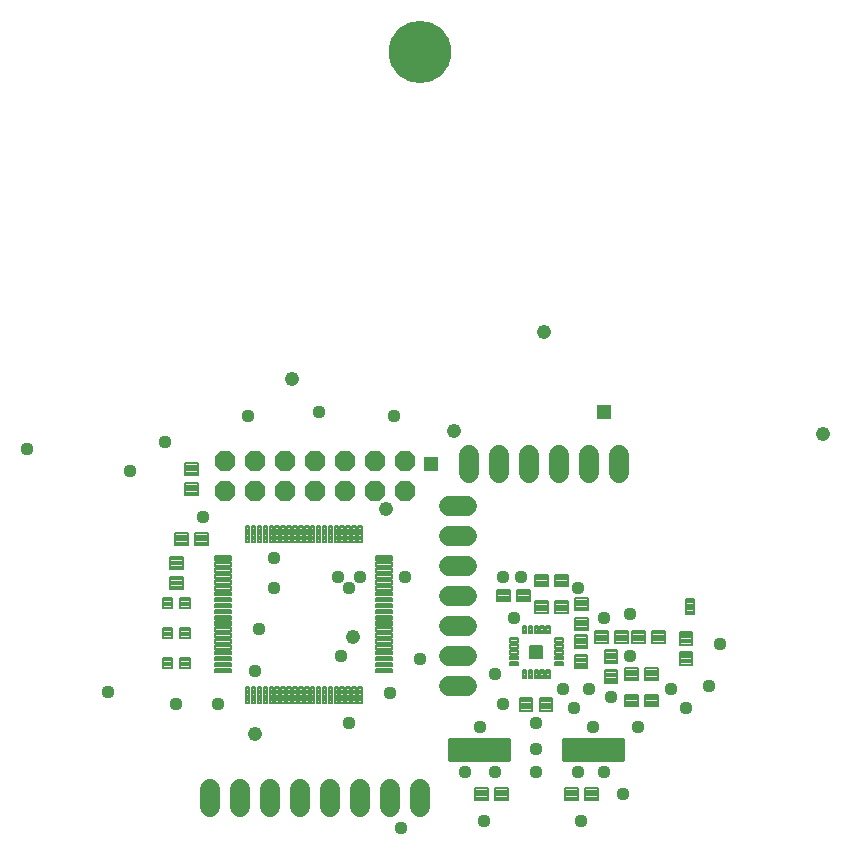
<source format=gts>
G75*
G70*
%OFA0B0*%
%FSLAX24Y24*%
%IPPOS*%
%LPD*%
%AMOC8*
5,1,8,0,0,1.08239X$1,22.5*
%
%ADD10C,0.2080*%
%ADD11C,0.0081*%
%ADD12C,0.0086*%
%ADD13C,0.0081*%
%ADD14C,0.0680*%
%ADD15C,0.0083*%
%ADD16OC8,0.0680*%
%ADD17C,0.0082*%
%ADD18C,0.0437*%
%ADD19R,0.0476X0.0476*%
%ADD20C,0.0476*%
D10*
X015556Y028965D03*
D11*
X007715Y015247D02*
X007715Y014853D01*
X007715Y015247D02*
X008147Y015247D01*
X008147Y014853D01*
X007715Y014853D01*
X007715Y014933D02*
X008147Y014933D01*
X008147Y015013D02*
X007715Y015013D01*
X007715Y015093D02*
X008147Y015093D01*
X008147Y015173D02*
X007715Y015173D01*
X007715Y014578D02*
X007715Y014184D01*
X007715Y014578D02*
X008147Y014578D01*
X008147Y014184D01*
X007715Y014184D01*
X007715Y014264D02*
X008147Y014264D01*
X008147Y014344D02*
X007715Y014344D01*
X007715Y014424D02*
X008147Y014424D01*
X008147Y014504D02*
X007715Y014504D01*
X007812Y012518D02*
X007380Y012518D01*
X007380Y012912D01*
X007812Y012912D01*
X007812Y012518D01*
X007812Y012598D02*
X007380Y012598D01*
X007380Y012678D02*
X007812Y012678D01*
X007812Y012758D02*
X007380Y012758D01*
X007380Y012838D02*
X007812Y012838D01*
X008049Y012518D02*
X008481Y012518D01*
X008049Y012518D02*
X008049Y012912D01*
X008481Y012912D01*
X008481Y012518D01*
X008481Y012598D02*
X008049Y012598D01*
X008049Y012678D02*
X008481Y012678D01*
X008481Y012758D02*
X008049Y012758D01*
X008049Y012838D02*
X008481Y012838D01*
X007647Y012122D02*
X007647Y011728D01*
X007215Y011728D01*
X007215Y012122D01*
X007647Y012122D01*
X007647Y011808D02*
X007215Y011808D01*
X007215Y011888D02*
X007647Y011888D01*
X007647Y011968D02*
X007215Y011968D01*
X007215Y012048D02*
X007647Y012048D01*
X007647Y011453D02*
X007647Y011059D01*
X007215Y011059D01*
X007215Y011453D01*
X007647Y011453D01*
X007647Y011139D02*
X007215Y011139D01*
X007215Y011219D02*
X007647Y011219D01*
X007647Y011299D02*
X007215Y011299D01*
X007215Y011379D02*
X007647Y011379D01*
X017380Y004018D02*
X017812Y004018D01*
X017380Y004018D02*
X017380Y004412D01*
X017812Y004412D01*
X017812Y004018D01*
X017812Y004098D02*
X017380Y004098D01*
X017380Y004178D02*
X017812Y004178D01*
X017812Y004258D02*
X017380Y004258D01*
X017380Y004338D02*
X017812Y004338D01*
X018049Y004018D02*
X018481Y004018D01*
X018049Y004018D02*
X018049Y004412D01*
X018481Y004412D01*
X018481Y004018D01*
X018481Y004098D02*
X018049Y004098D01*
X018049Y004178D02*
X018481Y004178D01*
X018481Y004258D02*
X018049Y004258D01*
X018049Y004338D02*
X018481Y004338D01*
X020380Y004412D02*
X020812Y004412D01*
X020812Y004018D01*
X020380Y004018D01*
X020380Y004412D01*
X020380Y004098D02*
X020812Y004098D01*
X020812Y004178D02*
X020380Y004178D01*
X020380Y004258D02*
X020812Y004258D01*
X020812Y004338D02*
X020380Y004338D01*
X021049Y004412D02*
X021481Y004412D01*
X021481Y004018D01*
X021049Y004018D01*
X021049Y004412D01*
X021049Y004098D02*
X021481Y004098D01*
X021481Y004178D02*
X021049Y004178D01*
X021049Y004258D02*
X021481Y004258D01*
X021481Y004338D02*
X021049Y004338D01*
X019962Y006999D02*
X019568Y006999D01*
X019568Y007431D01*
X019962Y007431D01*
X019962Y006999D01*
X019962Y007079D02*
X019568Y007079D01*
X019568Y007159D02*
X019962Y007159D01*
X019962Y007239D02*
X019568Y007239D01*
X019568Y007319D02*
X019962Y007319D01*
X019962Y007399D02*
X019568Y007399D01*
X019293Y006999D02*
X018899Y006999D01*
X018899Y007431D01*
X019293Y007431D01*
X019293Y006999D01*
X019293Y007079D02*
X018899Y007079D01*
X018899Y007159D02*
X019293Y007159D01*
X019293Y007239D02*
X018899Y007239D01*
X018899Y007319D02*
X019293Y007319D01*
X019293Y007399D02*
X018899Y007399D01*
X019234Y009162D02*
X019628Y009162D01*
X019628Y008768D01*
X019234Y008768D01*
X019234Y009162D01*
X019234Y008848D02*
X019628Y008848D01*
X019628Y008928D02*
X019234Y008928D01*
X019234Y009008D02*
X019628Y009008D01*
X019628Y009088D02*
X019234Y009088D01*
X019380Y010268D02*
X019812Y010268D01*
X019380Y010268D02*
X019380Y010662D01*
X019812Y010662D01*
X019812Y010268D01*
X019812Y010348D02*
X019380Y010348D01*
X019380Y010428D02*
X019812Y010428D01*
X019812Y010508D02*
X019380Y010508D01*
X019380Y010588D02*
X019812Y010588D01*
X020049Y010268D02*
X020481Y010268D01*
X020049Y010268D02*
X020049Y010662D01*
X020481Y010662D01*
X020481Y010268D01*
X020481Y010348D02*
X020049Y010348D01*
X020049Y010428D02*
X020481Y010428D01*
X020481Y010508D02*
X020049Y010508D01*
X020049Y010588D02*
X020481Y010588D01*
X020715Y010747D02*
X020715Y010353D01*
X020715Y010747D02*
X021147Y010747D01*
X021147Y010353D01*
X020715Y010353D01*
X020715Y010433D02*
X021147Y010433D01*
X021147Y010513D02*
X020715Y010513D01*
X020715Y010593D02*
X021147Y010593D01*
X021147Y010673D02*
X020715Y010673D01*
X020481Y011143D02*
X020049Y011143D01*
X020049Y011537D01*
X020481Y011537D01*
X020481Y011143D01*
X020481Y011223D02*
X020049Y011223D01*
X020049Y011303D02*
X020481Y011303D01*
X020481Y011383D02*
X020049Y011383D01*
X020049Y011463D02*
X020481Y011463D01*
X019812Y011143D02*
X019380Y011143D01*
X019380Y011537D01*
X019812Y011537D01*
X019812Y011143D01*
X019812Y011223D02*
X019380Y011223D01*
X019380Y011303D02*
X019812Y011303D01*
X019812Y011383D02*
X019380Y011383D01*
X019380Y011463D02*
X019812Y011463D01*
X019231Y011037D02*
X018799Y011037D01*
X019231Y011037D02*
X019231Y010643D01*
X018799Y010643D01*
X018799Y011037D01*
X018799Y010723D02*
X019231Y010723D01*
X019231Y010803D02*
X018799Y010803D01*
X018799Y010883D02*
X019231Y010883D01*
X019231Y010963D02*
X018799Y010963D01*
X018562Y011037D02*
X018130Y011037D01*
X018562Y011037D02*
X018562Y010643D01*
X018130Y010643D01*
X018130Y011037D01*
X018130Y010723D02*
X018562Y010723D01*
X018562Y010803D02*
X018130Y010803D01*
X018130Y010883D02*
X018562Y010883D01*
X018562Y010963D02*
X018130Y010963D01*
X020715Y010078D02*
X020715Y009684D01*
X020715Y010078D02*
X021147Y010078D01*
X021147Y009684D01*
X020715Y009684D01*
X020715Y009764D02*
X021147Y009764D01*
X021147Y009844D02*
X020715Y009844D01*
X020715Y009924D02*
X021147Y009924D01*
X021147Y010004D02*
X020715Y010004D01*
X020734Y009516D02*
X020734Y009084D01*
X020734Y009516D02*
X021128Y009516D01*
X021128Y009084D01*
X020734Y009084D01*
X020734Y009164D02*
X021128Y009164D01*
X021128Y009244D02*
X020734Y009244D01*
X020734Y009324D02*
X021128Y009324D01*
X021128Y009404D02*
X020734Y009404D01*
X020734Y009484D02*
X021128Y009484D01*
X021380Y009268D02*
X021812Y009268D01*
X021380Y009268D02*
X021380Y009662D01*
X021812Y009662D01*
X021812Y009268D01*
X021812Y009348D02*
X021380Y009348D01*
X021380Y009428D02*
X021812Y009428D01*
X021812Y009508D02*
X021380Y009508D01*
X021380Y009588D02*
X021812Y009588D01*
X022049Y009268D02*
X022481Y009268D01*
X022049Y009268D02*
X022049Y009662D01*
X022481Y009662D01*
X022481Y009268D01*
X022481Y009348D02*
X022049Y009348D01*
X022049Y009428D02*
X022481Y009428D01*
X022481Y009508D02*
X022049Y009508D01*
X022049Y009588D02*
X022481Y009588D01*
X022630Y009268D02*
X023062Y009268D01*
X022630Y009268D02*
X022630Y009662D01*
X023062Y009662D01*
X023062Y009268D01*
X023062Y009348D02*
X022630Y009348D01*
X022630Y009428D02*
X023062Y009428D01*
X023062Y009508D02*
X022630Y009508D01*
X022630Y009588D02*
X023062Y009588D01*
X023299Y009268D02*
X023731Y009268D01*
X023299Y009268D02*
X023299Y009662D01*
X023731Y009662D01*
X023731Y009268D01*
X023731Y009348D02*
X023299Y009348D01*
X023299Y009428D02*
X023731Y009428D01*
X023731Y009508D02*
X023299Y009508D01*
X023299Y009588D02*
X023731Y009588D01*
X024234Y009641D02*
X024234Y009209D01*
X024234Y009641D02*
X024628Y009641D01*
X024628Y009209D01*
X024234Y009209D01*
X024234Y009289D02*
X024628Y009289D01*
X024628Y009369D02*
X024234Y009369D01*
X024234Y009449D02*
X024628Y009449D01*
X024628Y009529D02*
X024234Y009529D01*
X024234Y009609D02*
X024628Y009609D01*
X024234Y008972D02*
X024234Y008540D01*
X024234Y008972D02*
X024628Y008972D01*
X024628Y008540D01*
X024234Y008540D01*
X024234Y008620D02*
X024628Y008620D01*
X024628Y008700D02*
X024234Y008700D01*
X024234Y008780D02*
X024628Y008780D01*
X024628Y008860D02*
X024234Y008860D01*
X024234Y008940D02*
X024628Y008940D01*
X023481Y008018D02*
X023049Y008018D01*
X023049Y008412D01*
X023481Y008412D01*
X023481Y008018D01*
X023481Y008098D02*
X023049Y008098D01*
X023049Y008178D02*
X023481Y008178D01*
X023481Y008258D02*
X023049Y008258D01*
X023049Y008338D02*
X023481Y008338D01*
X022812Y008018D02*
X022380Y008018D01*
X022380Y008412D01*
X022812Y008412D01*
X022812Y008018D01*
X022812Y008098D02*
X022380Y008098D01*
X022380Y008178D02*
X022812Y008178D01*
X022812Y008258D02*
X022380Y008258D01*
X022380Y008338D02*
X022812Y008338D01*
X021734Y008347D02*
X021734Y007915D01*
X021734Y008347D02*
X022128Y008347D01*
X022128Y007915D01*
X021734Y007915D01*
X021734Y007995D02*
X022128Y007995D01*
X022128Y008075D02*
X021734Y008075D01*
X021734Y008155D02*
X022128Y008155D01*
X022128Y008235D02*
X021734Y008235D01*
X021734Y008315D02*
X022128Y008315D01*
X021734Y008584D02*
X021734Y009016D01*
X022128Y009016D01*
X022128Y008584D01*
X021734Y008584D01*
X021734Y008664D02*
X022128Y008664D01*
X022128Y008744D02*
X021734Y008744D01*
X021734Y008824D02*
X022128Y008824D01*
X022128Y008904D02*
X021734Y008904D01*
X021734Y008984D02*
X022128Y008984D01*
X020734Y008847D02*
X020734Y008415D01*
X020734Y008847D02*
X021128Y008847D01*
X021128Y008415D01*
X020734Y008415D01*
X020734Y008495D02*
X021128Y008495D01*
X021128Y008575D02*
X020734Y008575D01*
X020734Y008655D02*
X021128Y008655D01*
X021128Y008735D02*
X020734Y008735D01*
X020734Y008815D02*
X021128Y008815D01*
X022380Y007143D02*
X022812Y007143D01*
X022380Y007143D02*
X022380Y007537D01*
X022812Y007537D01*
X022812Y007143D01*
X022812Y007223D02*
X022380Y007223D01*
X022380Y007303D02*
X022812Y007303D01*
X022812Y007383D02*
X022380Y007383D01*
X022380Y007463D02*
X022812Y007463D01*
X023049Y007143D02*
X023481Y007143D01*
X023049Y007143D02*
X023049Y007537D01*
X023481Y007537D01*
X023481Y007143D01*
X023481Y007223D02*
X023049Y007223D01*
X023049Y007303D02*
X023481Y007303D01*
X023481Y007383D02*
X023049Y007383D01*
X023049Y007463D02*
X023481Y007463D01*
D12*
X022328Y005368D02*
X020334Y005368D01*
X020334Y006062D01*
X022328Y006062D01*
X022328Y005368D01*
X022328Y005453D02*
X020334Y005453D01*
X020334Y005538D02*
X022328Y005538D01*
X022328Y005623D02*
X020334Y005623D01*
X020334Y005708D02*
X022328Y005708D01*
X022328Y005793D02*
X020334Y005793D01*
X020334Y005878D02*
X022328Y005878D01*
X022328Y005963D02*
X020334Y005963D01*
X020334Y006048D02*
X022328Y006048D01*
X018528Y005368D02*
X016534Y005368D01*
X016534Y006062D01*
X018528Y006062D01*
X018528Y005368D01*
X018528Y005453D02*
X016534Y005453D01*
X016534Y005538D02*
X018528Y005538D01*
X018528Y005623D02*
X016534Y005623D01*
X016534Y005708D02*
X018528Y005708D01*
X018528Y005793D02*
X016534Y005793D01*
X016534Y005878D02*
X018528Y005878D01*
X018528Y005963D02*
X016534Y005963D01*
X016534Y006048D02*
X018528Y006048D01*
D13*
X018978Y008089D02*
X018978Y008345D01*
X019096Y008345D01*
X019096Y008089D01*
X018978Y008089D01*
X018978Y008169D02*
X019096Y008169D01*
X019096Y008249D02*
X018978Y008249D01*
X018978Y008329D02*
X019096Y008329D01*
X019175Y008345D02*
X019175Y008089D01*
X019175Y008345D02*
X019293Y008345D01*
X019293Y008089D01*
X019175Y008089D01*
X019175Y008169D02*
X019293Y008169D01*
X019293Y008249D02*
X019175Y008249D01*
X019175Y008329D02*
X019293Y008329D01*
X019372Y008345D02*
X019372Y008089D01*
X019372Y008345D02*
X019490Y008345D01*
X019490Y008089D01*
X019372Y008089D01*
X019372Y008169D02*
X019490Y008169D01*
X019490Y008249D02*
X019372Y008249D01*
X019372Y008329D02*
X019490Y008329D01*
X019687Y008345D02*
X019687Y008089D01*
X019569Y008089D01*
X019569Y008345D01*
X019687Y008345D01*
X019687Y008169D02*
X019569Y008169D01*
X019569Y008249D02*
X019687Y008249D01*
X019687Y008329D02*
X019569Y008329D01*
X019883Y008345D02*
X019883Y008089D01*
X019765Y008089D01*
X019765Y008345D01*
X019883Y008345D01*
X019883Y008169D02*
X019765Y008169D01*
X019765Y008249D02*
X019883Y008249D01*
X019883Y008329D02*
X019765Y008329D01*
X020051Y008631D02*
X020307Y008631D01*
X020307Y008513D01*
X020051Y008513D01*
X020051Y008631D01*
X020051Y008593D02*
X020307Y008593D01*
X020307Y008828D02*
X020051Y008828D01*
X020307Y008828D02*
X020307Y008710D01*
X020051Y008710D01*
X020051Y008828D01*
X020051Y008790D02*
X020307Y008790D01*
X020307Y008906D02*
X020051Y008906D01*
X020051Y009024D01*
X020307Y009024D01*
X020307Y008906D01*
X020307Y008986D02*
X020051Y008986D01*
X020051Y009103D02*
X020307Y009103D01*
X020051Y009103D02*
X020051Y009221D01*
X020307Y009221D01*
X020307Y009103D01*
X020307Y009183D02*
X020051Y009183D01*
X020051Y009300D02*
X020307Y009300D01*
X020051Y009300D02*
X020051Y009418D01*
X020307Y009418D01*
X020307Y009300D01*
X020307Y009380D02*
X020051Y009380D01*
X019883Y009585D02*
X019883Y009841D01*
X019883Y009585D02*
X019765Y009585D01*
X019765Y009841D01*
X019883Y009841D01*
X019883Y009665D02*
X019765Y009665D01*
X019765Y009745D02*
X019883Y009745D01*
X019883Y009825D02*
X019765Y009825D01*
X019569Y009841D02*
X019569Y009585D01*
X019569Y009841D02*
X019687Y009841D01*
X019687Y009585D01*
X019569Y009585D01*
X019569Y009665D02*
X019687Y009665D01*
X019687Y009745D02*
X019569Y009745D01*
X019569Y009825D02*
X019687Y009825D01*
X019490Y009841D02*
X019490Y009585D01*
X019372Y009585D01*
X019372Y009841D01*
X019490Y009841D01*
X019490Y009665D02*
X019372Y009665D01*
X019372Y009745D02*
X019490Y009745D01*
X019490Y009825D02*
X019372Y009825D01*
X019293Y009841D02*
X019293Y009585D01*
X019175Y009585D01*
X019175Y009841D01*
X019293Y009841D01*
X019293Y009665D02*
X019175Y009665D01*
X019175Y009745D02*
X019293Y009745D01*
X019293Y009825D02*
X019175Y009825D01*
X019096Y009841D02*
X019096Y009585D01*
X018978Y009585D01*
X018978Y009841D01*
X019096Y009841D01*
X019096Y009665D02*
X018978Y009665D01*
X018978Y009745D02*
X019096Y009745D01*
X019096Y009825D02*
X018978Y009825D01*
X018811Y009300D02*
X018555Y009300D01*
X018555Y009418D01*
X018811Y009418D01*
X018811Y009300D01*
X018811Y009380D02*
X018555Y009380D01*
X018555Y009103D02*
X018811Y009103D01*
X018555Y009103D02*
X018555Y009221D01*
X018811Y009221D01*
X018811Y009103D01*
X018811Y009183D02*
X018555Y009183D01*
X018555Y008906D02*
X018811Y008906D01*
X018555Y008906D02*
X018555Y009024D01*
X018811Y009024D01*
X018811Y008906D01*
X018811Y008986D02*
X018555Y008986D01*
X018555Y008710D02*
X018811Y008710D01*
X018555Y008710D02*
X018555Y008828D01*
X018811Y008828D01*
X018811Y008710D01*
X018811Y008790D02*
X018555Y008790D01*
X018555Y008631D02*
X018811Y008631D01*
X018811Y008513D01*
X018555Y008513D01*
X018555Y008631D01*
X018555Y008593D02*
X018811Y008593D01*
X014103Y008601D02*
X014103Y008483D01*
X014103Y008601D02*
X014633Y008601D01*
X014633Y008483D01*
X014103Y008483D01*
X014103Y008563D02*
X014633Y008563D01*
X014103Y008680D02*
X014103Y008798D01*
X014633Y008798D01*
X014633Y008680D01*
X014103Y008680D01*
X014103Y008760D02*
X014633Y008760D01*
X014103Y008877D02*
X014103Y008995D01*
X014633Y008995D01*
X014633Y008877D01*
X014103Y008877D01*
X014103Y008957D02*
X014633Y008957D01*
X014103Y009074D02*
X014103Y009192D01*
X014633Y009192D01*
X014633Y009074D01*
X014103Y009074D01*
X014103Y009154D02*
X014633Y009154D01*
X014103Y009271D02*
X014103Y009389D01*
X014633Y009389D01*
X014633Y009271D01*
X014103Y009271D01*
X014103Y009351D02*
X014633Y009351D01*
X014103Y009467D02*
X014103Y009585D01*
X014633Y009585D01*
X014633Y009467D01*
X014103Y009467D01*
X014103Y009547D02*
X014633Y009547D01*
X014103Y009664D02*
X014103Y009782D01*
X014633Y009782D01*
X014633Y009664D01*
X014103Y009664D01*
X014103Y009744D02*
X014633Y009744D01*
X014103Y009861D02*
X014103Y009979D01*
X014633Y009979D01*
X014633Y009861D01*
X014103Y009861D01*
X014103Y009941D02*
X014633Y009941D01*
X014103Y010058D02*
X014103Y010176D01*
X014633Y010176D01*
X014633Y010058D01*
X014103Y010058D01*
X014103Y010138D02*
X014633Y010138D01*
X014103Y010255D02*
X014103Y010373D01*
X014633Y010373D01*
X014633Y010255D01*
X014103Y010255D01*
X014103Y010335D02*
X014633Y010335D01*
X014103Y010452D02*
X014103Y010570D01*
X014633Y010570D01*
X014633Y010452D01*
X014103Y010452D01*
X014103Y010532D02*
X014633Y010532D01*
X014103Y010649D02*
X014103Y010767D01*
X014633Y010767D01*
X014633Y010649D01*
X014103Y010649D01*
X014103Y010729D02*
X014633Y010729D01*
X014103Y010845D02*
X014103Y010963D01*
X014633Y010963D01*
X014633Y010845D01*
X014103Y010845D01*
X014103Y010925D02*
X014633Y010925D01*
X014103Y011042D02*
X014103Y011160D01*
X014633Y011160D01*
X014633Y011042D01*
X014103Y011042D01*
X014103Y011122D02*
X014633Y011122D01*
X014103Y011239D02*
X014103Y011357D01*
X014633Y011357D01*
X014633Y011239D01*
X014103Y011239D01*
X014103Y011319D02*
X014633Y011319D01*
X014103Y011436D02*
X014103Y011554D01*
X014633Y011554D01*
X014633Y011436D01*
X014103Y011436D01*
X014103Y011516D02*
X014633Y011516D01*
X014103Y011633D02*
X014103Y011751D01*
X014633Y011751D01*
X014633Y011633D01*
X014103Y011633D01*
X014103Y011713D02*
X014633Y011713D01*
X014103Y011830D02*
X014103Y011948D01*
X014633Y011948D01*
X014633Y011830D01*
X014103Y011830D01*
X014103Y011910D02*
X014633Y011910D01*
X014103Y012026D02*
X014103Y012144D01*
X014633Y012144D01*
X014633Y012026D01*
X014103Y012026D01*
X014103Y012106D02*
X014633Y012106D01*
X013610Y012637D02*
X013492Y012637D01*
X013492Y013167D01*
X013610Y013167D01*
X013610Y012637D01*
X013610Y012717D02*
X013492Y012717D01*
X013492Y012797D02*
X013610Y012797D01*
X013610Y012877D02*
X013492Y012877D01*
X013492Y012957D02*
X013610Y012957D01*
X013610Y013037D02*
X013492Y013037D01*
X013492Y013117D02*
X013610Y013117D01*
X013413Y012637D02*
X013295Y012637D01*
X013295Y013167D01*
X013413Y013167D01*
X013413Y012637D01*
X013413Y012717D02*
X013295Y012717D01*
X013295Y012797D02*
X013413Y012797D01*
X013413Y012877D02*
X013295Y012877D01*
X013295Y012957D02*
X013413Y012957D01*
X013413Y013037D02*
X013295Y013037D01*
X013295Y013117D02*
X013413Y013117D01*
X013216Y012637D02*
X013098Y012637D01*
X013098Y013167D01*
X013216Y013167D01*
X013216Y012637D01*
X013216Y012717D02*
X013098Y012717D01*
X013098Y012797D02*
X013216Y012797D01*
X013216Y012877D02*
X013098Y012877D01*
X013098Y012957D02*
X013216Y012957D01*
X013216Y013037D02*
X013098Y013037D01*
X013098Y013117D02*
X013216Y013117D01*
X013019Y012637D02*
X012901Y012637D01*
X012901Y013167D01*
X013019Y013167D01*
X013019Y012637D01*
X013019Y012717D02*
X012901Y012717D01*
X012901Y012797D02*
X013019Y012797D01*
X013019Y012877D02*
X012901Y012877D01*
X012901Y012957D02*
X013019Y012957D01*
X013019Y013037D02*
X012901Y013037D01*
X012901Y013117D02*
X013019Y013117D01*
X012822Y012637D02*
X012704Y012637D01*
X012704Y013167D01*
X012822Y013167D01*
X012822Y012637D01*
X012822Y012717D02*
X012704Y012717D01*
X012704Y012797D02*
X012822Y012797D01*
X012822Y012877D02*
X012704Y012877D01*
X012704Y012957D02*
X012822Y012957D01*
X012822Y013037D02*
X012704Y013037D01*
X012704Y013117D02*
X012822Y013117D01*
X012626Y012637D02*
X012508Y012637D01*
X012508Y013167D01*
X012626Y013167D01*
X012626Y012637D01*
X012626Y012717D02*
X012508Y012717D01*
X012508Y012797D02*
X012626Y012797D01*
X012626Y012877D02*
X012508Y012877D01*
X012508Y012957D02*
X012626Y012957D01*
X012626Y013037D02*
X012508Y013037D01*
X012508Y013117D02*
X012626Y013117D01*
X012429Y012637D02*
X012311Y012637D01*
X012311Y013167D01*
X012429Y013167D01*
X012429Y012637D01*
X012429Y012717D02*
X012311Y012717D01*
X012311Y012797D02*
X012429Y012797D01*
X012429Y012877D02*
X012311Y012877D01*
X012311Y012957D02*
X012429Y012957D01*
X012429Y013037D02*
X012311Y013037D01*
X012311Y013117D02*
X012429Y013117D01*
X012232Y012637D02*
X012114Y012637D01*
X012114Y013167D01*
X012232Y013167D01*
X012232Y012637D01*
X012232Y012717D02*
X012114Y012717D01*
X012114Y012797D02*
X012232Y012797D01*
X012232Y012877D02*
X012114Y012877D01*
X012114Y012957D02*
X012232Y012957D01*
X012232Y013037D02*
X012114Y013037D01*
X012114Y013117D02*
X012232Y013117D01*
X012035Y012637D02*
X011917Y012637D01*
X011917Y013167D01*
X012035Y013167D01*
X012035Y012637D01*
X012035Y012717D02*
X011917Y012717D01*
X011917Y012797D02*
X012035Y012797D01*
X012035Y012877D02*
X011917Y012877D01*
X011917Y012957D02*
X012035Y012957D01*
X012035Y013037D02*
X011917Y013037D01*
X011917Y013117D02*
X012035Y013117D01*
X011838Y012637D02*
X011720Y012637D01*
X011720Y013167D01*
X011838Y013167D01*
X011838Y012637D01*
X011838Y012717D02*
X011720Y012717D01*
X011720Y012797D02*
X011838Y012797D01*
X011838Y012877D02*
X011720Y012877D01*
X011720Y012957D02*
X011838Y012957D01*
X011838Y013037D02*
X011720Y013037D01*
X011720Y013117D02*
X011838Y013117D01*
X011641Y012637D02*
X011523Y012637D01*
X011523Y013167D01*
X011641Y013167D01*
X011641Y012637D01*
X011641Y012717D02*
X011523Y012717D01*
X011523Y012797D02*
X011641Y012797D01*
X011641Y012877D02*
X011523Y012877D01*
X011523Y012957D02*
X011641Y012957D01*
X011641Y013037D02*
X011523Y013037D01*
X011523Y013117D02*
X011641Y013117D01*
X011445Y012637D02*
X011327Y012637D01*
X011327Y013167D01*
X011445Y013167D01*
X011445Y012637D01*
X011445Y012717D02*
X011327Y012717D01*
X011327Y012797D02*
X011445Y012797D01*
X011445Y012877D02*
X011327Y012877D01*
X011327Y012957D02*
X011445Y012957D01*
X011445Y013037D02*
X011327Y013037D01*
X011327Y013117D02*
X011445Y013117D01*
X011248Y012637D02*
X011130Y012637D01*
X011130Y013167D01*
X011248Y013167D01*
X011248Y012637D01*
X011248Y012717D02*
X011130Y012717D01*
X011130Y012797D02*
X011248Y012797D01*
X011248Y012877D02*
X011130Y012877D01*
X011130Y012957D02*
X011248Y012957D01*
X011248Y013037D02*
X011130Y013037D01*
X011130Y013117D02*
X011248Y013117D01*
X011051Y012637D02*
X010933Y012637D01*
X010933Y013167D01*
X011051Y013167D01*
X011051Y012637D01*
X011051Y012717D02*
X010933Y012717D01*
X010933Y012797D02*
X011051Y012797D01*
X011051Y012877D02*
X010933Y012877D01*
X010933Y012957D02*
X011051Y012957D01*
X011051Y013037D02*
X010933Y013037D01*
X010933Y013117D02*
X011051Y013117D01*
X010854Y012637D02*
X010736Y012637D01*
X010736Y013167D01*
X010854Y013167D01*
X010854Y012637D01*
X010854Y012717D02*
X010736Y012717D01*
X010736Y012797D02*
X010854Y012797D01*
X010854Y012877D02*
X010736Y012877D01*
X010736Y012957D02*
X010854Y012957D01*
X010854Y013037D02*
X010736Y013037D01*
X010736Y013117D02*
X010854Y013117D01*
X010657Y012637D02*
X010539Y012637D01*
X010539Y013167D01*
X010657Y013167D01*
X010657Y012637D01*
X010657Y012717D02*
X010539Y012717D01*
X010539Y012797D02*
X010657Y012797D01*
X010657Y012877D02*
X010539Y012877D01*
X010539Y012957D02*
X010657Y012957D01*
X010657Y013037D02*
X010539Y013037D01*
X010539Y013117D02*
X010657Y013117D01*
X010460Y012637D02*
X010342Y012637D01*
X010342Y013167D01*
X010460Y013167D01*
X010460Y012637D01*
X010460Y012717D02*
X010342Y012717D01*
X010342Y012797D02*
X010460Y012797D01*
X010460Y012877D02*
X010342Y012877D01*
X010342Y012957D02*
X010460Y012957D01*
X010460Y013037D02*
X010342Y013037D01*
X010342Y013117D02*
X010460Y013117D01*
X010263Y012637D02*
X010145Y012637D01*
X010145Y013167D01*
X010263Y013167D01*
X010263Y012637D01*
X010263Y012717D02*
X010145Y012717D01*
X010145Y012797D02*
X010263Y012797D01*
X010263Y012877D02*
X010145Y012877D01*
X010145Y012957D02*
X010263Y012957D01*
X010263Y013037D02*
X010145Y013037D01*
X010145Y013117D02*
X010263Y013117D01*
X010067Y012637D02*
X009949Y012637D01*
X009949Y013167D01*
X010067Y013167D01*
X010067Y012637D01*
X010067Y012717D02*
X009949Y012717D01*
X009949Y012797D02*
X010067Y012797D01*
X010067Y012877D02*
X009949Y012877D01*
X009949Y012957D02*
X010067Y012957D01*
X010067Y013037D02*
X009949Y013037D01*
X009949Y013117D02*
X010067Y013117D01*
X009870Y012637D02*
X009752Y012637D01*
X009752Y013167D01*
X009870Y013167D01*
X009870Y012637D01*
X009870Y012717D02*
X009752Y012717D01*
X009752Y012797D02*
X009870Y012797D01*
X009870Y012877D02*
X009752Y012877D01*
X009752Y012957D02*
X009870Y012957D01*
X009870Y013037D02*
X009752Y013037D01*
X009752Y013117D02*
X009870Y013117D01*
X008729Y012144D02*
X008729Y012026D01*
X008729Y012144D02*
X009259Y012144D01*
X009259Y012026D01*
X008729Y012026D01*
X008729Y012106D02*
X009259Y012106D01*
X008729Y011948D02*
X008729Y011830D01*
X008729Y011948D02*
X009259Y011948D01*
X009259Y011830D01*
X008729Y011830D01*
X008729Y011910D02*
X009259Y011910D01*
X008729Y011751D02*
X008729Y011633D01*
X008729Y011751D02*
X009259Y011751D01*
X009259Y011633D01*
X008729Y011633D01*
X008729Y011713D02*
X009259Y011713D01*
X008729Y011554D02*
X008729Y011436D01*
X008729Y011554D02*
X009259Y011554D01*
X009259Y011436D01*
X008729Y011436D01*
X008729Y011516D02*
X009259Y011516D01*
X008729Y011357D02*
X008729Y011239D01*
X008729Y011357D02*
X009259Y011357D01*
X009259Y011239D01*
X008729Y011239D01*
X008729Y011319D02*
X009259Y011319D01*
X008729Y011160D02*
X008729Y011042D01*
X008729Y011160D02*
X009259Y011160D01*
X009259Y011042D01*
X008729Y011042D01*
X008729Y011122D02*
X009259Y011122D01*
X008729Y010963D02*
X008729Y010845D01*
X008729Y010963D02*
X009259Y010963D01*
X009259Y010845D01*
X008729Y010845D01*
X008729Y010925D02*
X009259Y010925D01*
X008729Y010767D02*
X008729Y010649D01*
X008729Y010767D02*
X009259Y010767D01*
X009259Y010649D01*
X008729Y010649D01*
X008729Y010729D02*
X009259Y010729D01*
X008729Y010570D02*
X008729Y010452D01*
X008729Y010570D02*
X009259Y010570D01*
X009259Y010452D01*
X008729Y010452D01*
X008729Y010532D02*
X009259Y010532D01*
X008729Y010373D02*
X008729Y010255D01*
X008729Y010373D02*
X009259Y010373D01*
X009259Y010255D01*
X008729Y010255D01*
X008729Y010335D02*
X009259Y010335D01*
X008729Y010176D02*
X008729Y010058D01*
X008729Y010176D02*
X009259Y010176D01*
X009259Y010058D01*
X008729Y010058D01*
X008729Y010138D02*
X009259Y010138D01*
X008729Y009979D02*
X008729Y009861D01*
X008729Y009979D02*
X009259Y009979D01*
X009259Y009861D01*
X008729Y009861D01*
X008729Y009941D02*
X009259Y009941D01*
X008729Y009782D02*
X008729Y009664D01*
X008729Y009782D02*
X009259Y009782D01*
X009259Y009664D01*
X008729Y009664D01*
X008729Y009744D02*
X009259Y009744D01*
X008729Y009585D02*
X008729Y009467D01*
X008729Y009585D02*
X009259Y009585D01*
X009259Y009467D01*
X008729Y009467D01*
X008729Y009547D02*
X009259Y009547D01*
X008729Y009389D02*
X008729Y009271D01*
X008729Y009389D02*
X009259Y009389D01*
X009259Y009271D01*
X008729Y009271D01*
X008729Y009351D02*
X009259Y009351D01*
X008729Y009192D02*
X008729Y009074D01*
X008729Y009192D02*
X009259Y009192D01*
X009259Y009074D01*
X008729Y009074D01*
X008729Y009154D02*
X009259Y009154D01*
X008729Y008995D02*
X008729Y008877D01*
X008729Y008995D02*
X009259Y008995D01*
X009259Y008877D01*
X008729Y008877D01*
X008729Y008957D02*
X009259Y008957D01*
X008729Y008798D02*
X008729Y008680D01*
X008729Y008798D02*
X009259Y008798D01*
X009259Y008680D01*
X008729Y008680D01*
X008729Y008760D02*
X009259Y008760D01*
X008729Y008601D02*
X008729Y008483D01*
X008729Y008601D02*
X009259Y008601D01*
X009259Y008483D01*
X008729Y008483D01*
X008729Y008563D02*
X009259Y008563D01*
X008729Y008404D02*
X008729Y008286D01*
X008729Y008404D02*
X009259Y008404D01*
X009259Y008286D01*
X008729Y008286D01*
X008729Y008366D02*
X009259Y008366D01*
X009752Y007263D02*
X009870Y007263D01*
X009752Y007263D02*
X009752Y007793D01*
X009870Y007793D01*
X009870Y007263D01*
X009870Y007343D02*
X009752Y007343D01*
X009752Y007423D02*
X009870Y007423D01*
X009870Y007503D02*
X009752Y007503D01*
X009752Y007583D02*
X009870Y007583D01*
X009870Y007663D02*
X009752Y007663D01*
X009752Y007743D02*
X009870Y007743D01*
X009949Y007263D02*
X010067Y007263D01*
X009949Y007263D02*
X009949Y007793D01*
X010067Y007793D01*
X010067Y007263D01*
X010067Y007343D02*
X009949Y007343D01*
X009949Y007423D02*
X010067Y007423D01*
X010067Y007503D02*
X009949Y007503D01*
X009949Y007583D02*
X010067Y007583D01*
X010067Y007663D02*
X009949Y007663D01*
X009949Y007743D02*
X010067Y007743D01*
X010145Y007263D02*
X010263Y007263D01*
X010145Y007263D02*
X010145Y007793D01*
X010263Y007793D01*
X010263Y007263D01*
X010263Y007343D02*
X010145Y007343D01*
X010145Y007423D02*
X010263Y007423D01*
X010263Y007503D02*
X010145Y007503D01*
X010145Y007583D02*
X010263Y007583D01*
X010263Y007663D02*
X010145Y007663D01*
X010145Y007743D02*
X010263Y007743D01*
X010342Y007263D02*
X010460Y007263D01*
X010342Y007263D02*
X010342Y007793D01*
X010460Y007793D01*
X010460Y007263D01*
X010460Y007343D02*
X010342Y007343D01*
X010342Y007423D02*
X010460Y007423D01*
X010460Y007503D02*
X010342Y007503D01*
X010342Y007583D02*
X010460Y007583D01*
X010460Y007663D02*
X010342Y007663D01*
X010342Y007743D02*
X010460Y007743D01*
X010539Y007263D02*
X010657Y007263D01*
X010539Y007263D02*
X010539Y007793D01*
X010657Y007793D01*
X010657Y007263D01*
X010657Y007343D02*
X010539Y007343D01*
X010539Y007423D02*
X010657Y007423D01*
X010657Y007503D02*
X010539Y007503D01*
X010539Y007583D02*
X010657Y007583D01*
X010657Y007663D02*
X010539Y007663D01*
X010539Y007743D02*
X010657Y007743D01*
X010736Y007263D02*
X010854Y007263D01*
X010736Y007263D02*
X010736Y007793D01*
X010854Y007793D01*
X010854Y007263D01*
X010854Y007343D02*
X010736Y007343D01*
X010736Y007423D02*
X010854Y007423D01*
X010854Y007503D02*
X010736Y007503D01*
X010736Y007583D02*
X010854Y007583D01*
X010854Y007663D02*
X010736Y007663D01*
X010736Y007743D02*
X010854Y007743D01*
X010933Y007263D02*
X011051Y007263D01*
X010933Y007263D02*
X010933Y007793D01*
X011051Y007793D01*
X011051Y007263D01*
X011051Y007343D02*
X010933Y007343D01*
X010933Y007423D02*
X011051Y007423D01*
X011051Y007503D02*
X010933Y007503D01*
X010933Y007583D02*
X011051Y007583D01*
X011051Y007663D02*
X010933Y007663D01*
X010933Y007743D02*
X011051Y007743D01*
X011130Y007263D02*
X011248Y007263D01*
X011130Y007263D02*
X011130Y007793D01*
X011248Y007793D01*
X011248Y007263D01*
X011248Y007343D02*
X011130Y007343D01*
X011130Y007423D02*
X011248Y007423D01*
X011248Y007503D02*
X011130Y007503D01*
X011130Y007583D02*
X011248Y007583D01*
X011248Y007663D02*
X011130Y007663D01*
X011130Y007743D02*
X011248Y007743D01*
X011327Y007263D02*
X011445Y007263D01*
X011327Y007263D02*
X011327Y007793D01*
X011445Y007793D01*
X011445Y007263D01*
X011445Y007343D02*
X011327Y007343D01*
X011327Y007423D02*
X011445Y007423D01*
X011445Y007503D02*
X011327Y007503D01*
X011327Y007583D02*
X011445Y007583D01*
X011445Y007663D02*
X011327Y007663D01*
X011327Y007743D02*
X011445Y007743D01*
X011523Y007263D02*
X011641Y007263D01*
X011523Y007263D02*
X011523Y007793D01*
X011641Y007793D01*
X011641Y007263D01*
X011641Y007343D02*
X011523Y007343D01*
X011523Y007423D02*
X011641Y007423D01*
X011641Y007503D02*
X011523Y007503D01*
X011523Y007583D02*
X011641Y007583D01*
X011641Y007663D02*
X011523Y007663D01*
X011523Y007743D02*
X011641Y007743D01*
X011720Y007263D02*
X011838Y007263D01*
X011720Y007263D02*
X011720Y007793D01*
X011838Y007793D01*
X011838Y007263D01*
X011838Y007343D02*
X011720Y007343D01*
X011720Y007423D02*
X011838Y007423D01*
X011838Y007503D02*
X011720Y007503D01*
X011720Y007583D02*
X011838Y007583D01*
X011838Y007663D02*
X011720Y007663D01*
X011720Y007743D02*
X011838Y007743D01*
X011917Y007263D02*
X012035Y007263D01*
X011917Y007263D02*
X011917Y007793D01*
X012035Y007793D01*
X012035Y007263D01*
X012035Y007343D02*
X011917Y007343D01*
X011917Y007423D02*
X012035Y007423D01*
X012035Y007503D02*
X011917Y007503D01*
X011917Y007583D02*
X012035Y007583D01*
X012035Y007663D02*
X011917Y007663D01*
X011917Y007743D02*
X012035Y007743D01*
X012114Y007263D02*
X012232Y007263D01*
X012114Y007263D02*
X012114Y007793D01*
X012232Y007793D01*
X012232Y007263D01*
X012232Y007343D02*
X012114Y007343D01*
X012114Y007423D02*
X012232Y007423D01*
X012232Y007503D02*
X012114Y007503D01*
X012114Y007583D02*
X012232Y007583D01*
X012232Y007663D02*
X012114Y007663D01*
X012114Y007743D02*
X012232Y007743D01*
X012311Y007263D02*
X012429Y007263D01*
X012311Y007263D02*
X012311Y007793D01*
X012429Y007793D01*
X012429Y007263D01*
X012429Y007343D02*
X012311Y007343D01*
X012311Y007423D02*
X012429Y007423D01*
X012429Y007503D02*
X012311Y007503D01*
X012311Y007583D02*
X012429Y007583D01*
X012429Y007663D02*
X012311Y007663D01*
X012311Y007743D02*
X012429Y007743D01*
X012508Y007263D02*
X012626Y007263D01*
X012508Y007263D02*
X012508Y007793D01*
X012626Y007793D01*
X012626Y007263D01*
X012626Y007343D02*
X012508Y007343D01*
X012508Y007423D02*
X012626Y007423D01*
X012626Y007503D02*
X012508Y007503D01*
X012508Y007583D02*
X012626Y007583D01*
X012626Y007663D02*
X012508Y007663D01*
X012508Y007743D02*
X012626Y007743D01*
X012704Y007263D02*
X012822Y007263D01*
X012704Y007263D02*
X012704Y007793D01*
X012822Y007793D01*
X012822Y007263D01*
X012822Y007343D02*
X012704Y007343D01*
X012704Y007423D02*
X012822Y007423D01*
X012822Y007503D02*
X012704Y007503D01*
X012704Y007583D02*
X012822Y007583D01*
X012822Y007663D02*
X012704Y007663D01*
X012704Y007743D02*
X012822Y007743D01*
X012901Y007263D02*
X013019Y007263D01*
X012901Y007263D02*
X012901Y007793D01*
X013019Y007793D01*
X013019Y007263D01*
X013019Y007343D02*
X012901Y007343D01*
X012901Y007423D02*
X013019Y007423D01*
X013019Y007503D02*
X012901Y007503D01*
X012901Y007583D02*
X013019Y007583D01*
X013019Y007663D02*
X012901Y007663D01*
X012901Y007743D02*
X013019Y007743D01*
X013098Y007263D02*
X013216Y007263D01*
X013098Y007263D02*
X013098Y007793D01*
X013216Y007793D01*
X013216Y007263D01*
X013216Y007343D02*
X013098Y007343D01*
X013098Y007423D02*
X013216Y007423D01*
X013216Y007503D02*
X013098Y007503D01*
X013098Y007583D02*
X013216Y007583D01*
X013216Y007663D02*
X013098Y007663D01*
X013098Y007743D02*
X013216Y007743D01*
X013295Y007263D02*
X013413Y007263D01*
X013295Y007263D02*
X013295Y007793D01*
X013413Y007793D01*
X013413Y007263D01*
X013413Y007343D02*
X013295Y007343D01*
X013295Y007423D02*
X013413Y007423D01*
X013413Y007503D02*
X013295Y007503D01*
X013295Y007583D02*
X013413Y007583D01*
X013413Y007663D02*
X013295Y007663D01*
X013295Y007743D02*
X013413Y007743D01*
X013492Y007263D02*
X013610Y007263D01*
X013492Y007263D02*
X013492Y007793D01*
X013610Y007793D01*
X013610Y007263D01*
X013610Y007343D02*
X013492Y007343D01*
X013492Y007423D02*
X013610Y007423D01*
X013610Y007503D02*
X013492Y007503D01*
X013492Y007583D02*
X013610Y007583D01*
X013610Y007663D02*
X013492Y007663D01*
X013492Y007743D02*
X013610Y007743D01*
X014103Y008286D02*
X014103Y008404D01*
X014633Y008404D01*
X014633Y008286D01*
X014103Y008286D01*
X014103Y008366D02*
X014633Y008366D01*
D14*
X016506Y008840D02*
X017106Y008840D01*
X017106Y007840D02*
X016506Y007840D01*
X016506Y009840D02*
X017106Y009840D01*
X017106Y010840D02*
X016506Y010840D01*
X016506Y011840D02*
X017106Y011840D01*
X017106Y012840D02*
X016506Y012840D01*
X016506Y013840D02*
X017106Y013840D01*
X017181Y014915D02*
X017181Y015515D01*
X018181Y015515D02*
X018181Y014915D01*
X019181Y014915D02*
X019181Y015515D01*
X020181Y015515D02*
X020181Y014915D01*
X021181Y014915D02*
X021181Y015515D01*
X022181Y015515D02*
X022181Y014915D01*
X015556Y004390D02*
X015556Y003790D01*
X014556Y003790D02*
X014556Y004390D01*
X013556Y004390D02*
X013556Y003790D01*
X012556Y003790D02*
X012556Y004390D01*
X011556Y004390D02*
X011556Y003790D01*
X010556Y003790D02*
X010556Y004390D01*
X009556Y004390D02*
X009556Y003790D01*
X008556Y003790D02*
X008556Y004390D01*
D15*
X007570Y008434D02*
X007570Y008746D01*
X007882Y008746D01*
X007882Y008434D01*
X007570Y008434D01*
X007570Y008516D02*
X007882Y008516D01*
X007882Y008598D02*
X007570Y008598D01*
X007570Y008680D02*
X007882Y008680D01*
X006980Y008746D02*
X006980Y008434D01*
X006980Y008746D02*
X007292Y008746D01*
X007292Y008434D01*
X006980Y008434D01*
X006980Y008516D02*
X007292Y008516D01*
X007292Y008598D02*
X006980Y008598D01*
X006980Y008680D02*
X007292Y008680D01*
X006980Y009434D02*
X006980Y009746D01*
X007292Y009746D01*
X007292Y009434D01*
X006980Y009434D01*
X006980Y009516D02*
X007292Y009516D01*
X007292Y009598D02*
X006980Y009598D01*
X006980Y009680D02*
X007292Y009680D01*
X007570Y009746D02*
X007570Y009434D01*
X007570Y009746D02*
X007882Y009746D01*
X007882Y009434D01*
X007570Y009434D01*
X007570Y009516D02*
X007882Y009516D01*
X007882Y009598D02*
X007570Y009598D01*
X007570Y009680D02*
X007882Y009680D01*
X007570Y010434D02*
X007570Y010746D01*
X007882Y010746D01*
X007882Y010434D01*
X007570Y010434D01*
X007570Y010516D02*
X007882Y010516D01*
X007882Y010598D02*
X007570Y010598D01*
X007570Y010680D02*
X007882Y010680D01*
X006980Y010746D02*
X006980Y010434D01*
X006980Y010746D02*
X007292Y010746D01*
X007292Y010434D01*
X006980Y010434D01*
X006980Y010516D02*
X007292Y010516D01*
X007292Y010598D02*
X006980Y010598D01*
X006980Y010680D02*
X007292Y010680D01*
D16*
X009056Y014340D03*
X010056Y014340D03*
X011056Y014340D03*
X012056Y014340D03*
X013056Y014340D03*
X014056Y014340D03*
X015056Y014340D03*
X015056Y015340D03*
X014056Y015340D03*
X013056Y015340D03*
X012056Y015340D03*
X011056Y015340D03*
X010056Y015340D03*
X009056Y015340D03*
D17*
X024680Y010714D02*
X024680Y010216D01*
X024432Y010216D01*
X024432Y010714D01*
X024680Y010714D01*
X024680Y010297D02*
X024432Y010297D01*
X024432Y010378D02*
X024680Y010378D01*
X024680Y010459D02*
X024432Y010459D01*
X024432Y010540D02*
X024680Y010540D01*
X024680Y010621D02*
X024432Y010621D01*
X024432Y010702D02*
X024680Y010702D01*
D18*
X005139Y007615D03*
X007431Y007215D03*
X008806Y007215D03*
X010056Y008340D03*
X010181Y009715D03*
X010681Y011090D03*
X010681Y012085D03*
X012806Y011465D03*
X013181Y011090D03*
X013556Y011465D03*
X015056Y011465D03*
X015556Y008715D03*
X014556Y007590D03*
X013181Y006590D03*
X012931Y008840D03*
X017056Y004965D03*
X018056Y004965D03*
X019431Y004965D03*
X019431Y005715D03*
X019431Y006590D03*
X018306Y007215D03*
X017556Y006465D03*
X018056Y008215D03*
X019431Y008965D03*
X018681Y010090D03*
X018931Y011465D03*
X018306Y011465D03*
X020806Y011090D03*
X021681Y010090D03*
X022556Y010215D03*
X022556Y008840D03*
X021931Y007465D03*
X021181Y007715D03*
X020681Y007090D03*
X020306Y007715D03*
X021306Y006465D03*
X022806Y006465D03*
X023931Y007715D03*
X024431Y007090D03*
X025181Y007840D03*
X025556Y009215D03*
X021681Y004965D03*
X020806Y004965D03*
X022306Y004215D03*
X020931Y003340D03*
X017681Y003340D03*
X014931Y003090D03*
X008306Y013465D03*
X005872Y014990D03*
X007056Y015965D03*
X009806Y016840D03*
X012181Y016965D03*
X014681Y016840D03*
X002447Y015715D03*
D19*
X015931Y015215D03*
X021681Y016965D03*
D20*
X019679Y019638D03*
X016681Y016340D03*
X014431Y013715D03*
X013306Y009465D03*
X010056Y006215D03*
X011280Y018072D03*
X028978Y016239D03*
M02*

</source>
